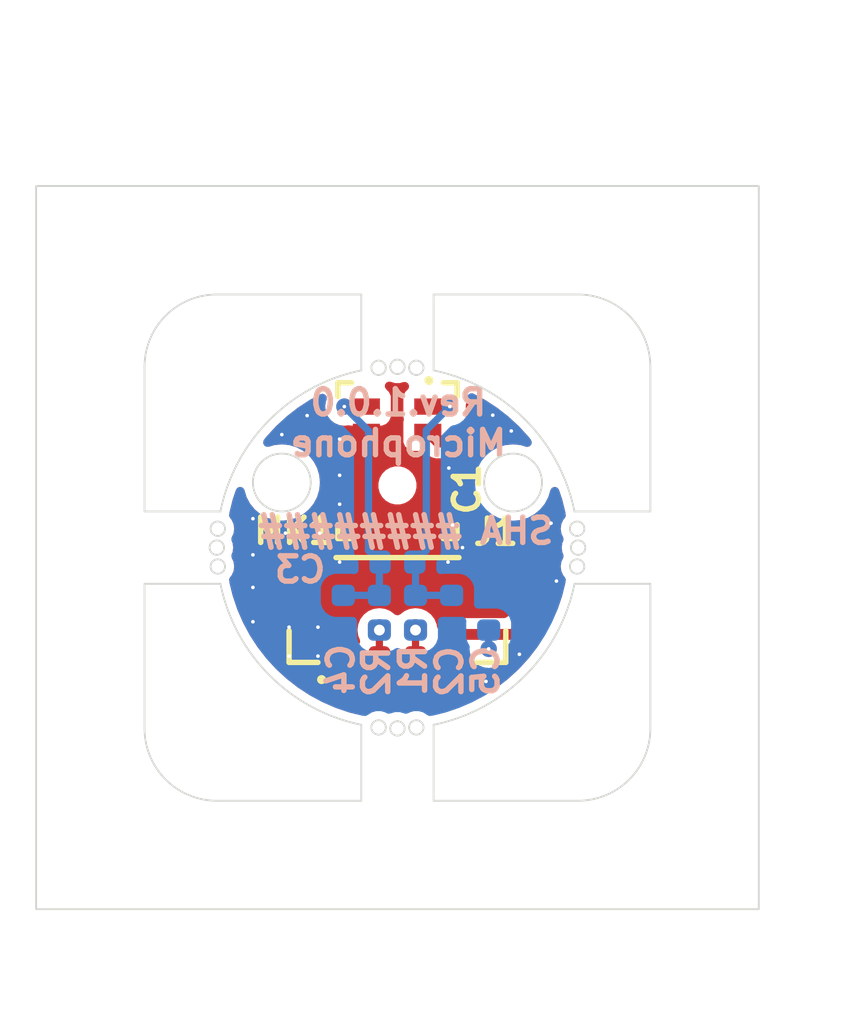
<source format=kicad_pcb>
(kicad_pcb (version 20240108) (generator "pcbnew") (generator_version "8.0")
  (title_block (title "audio-microphone") (date "07.01.2025") (rev "1.0.0"))
  (layers (0 "F.Cu" signal) (31 "B.Cu" signal) (34 "B.Paste" user) (35 "F.Paste" user) (36 "B.SilkS" user "B.Silkscreen") (37 "F.SilkS" user "F.Silkscreen") (38 "B.Mask" user) (39 "F.Mask" user) (44 "Edge.Cuts" user))
  (net 0 "")
  (net 1 "+2V75")
  (net 2 "GND")
  (net 3 "Net-(MK1-OUTPUT+)")
  (net 4 "Net-(MK1-OUTPUT-)")
  (net 5 "Net-(J1-Pad2)")
  (net 6 "Net-(J1-Pad3)")
  (footprint "antmicro-footprints:C_0402_1005Metric" (layer "F.Cu") (at 202.41 140.29 -90)
    (property "Reference" "C1" (at 2.475 -0.125 90) (layer "F.SilkS") (effects (font (size 0.7 0.7)) (justify left bottom)))
    (property "Value" "C_100n_16V_X7R_0402")
    (pad "1" smd roundrect (at -0.48 0 270) (size 0.59 0.64) (layers "F.Cu" "F.Paste" "F.Mask") (net 2 "GND"))
    (pad "2" smd roundrect (at 0.48 0 270) (size 0.59 0.64) (layers "F.Cu" "F.Paste" "F.Mask") (net 1 "+2V75"))
  )
  (footprint "antmicro-footprints:MK_IM73A135V01XTSA1" (layer "F.Cu") (at 200.2 141.2)
    (property "Reference" "MK1" (at -4.05 2.35 0) (layer "F.SilkS") (effects (font (size 0.7 0.7)) (justify left bottom)))
    (property "Value" "MK_IM73A135V01XTSA1")
    (fp_line (start -1.65 -1.78) (end -1.65 -2.16) (stroke (width 0.15)) (layer "F.SilkS"))
    (fp_line (start -1.65 1.77) (end -1.65 2.15) (stroke (width 0.15)) (layer "F.SilkS"))
    (fp_line (start -1.27 -2.16) (end -1.65 -2.16) (stroke (width 0.15)) (layer "F.SilkS"))
    (fp_line (start -1.27 2.15) (end -1.65 2.15) (stroke (width 0.15)) (layer "F.SilkS"))
    (fp_line (start 1.27 -2.16) (end 1.65 -2.16) (stroke (width 0.15)) (layer "F.SilkS"))
    (fp_line (start 1.27 2.15) (end 1.65 2.15) (stroke (width 0.15)) (layer "F.SilkS"))
    (fp_line (start 1.65 -1.78) (end 1.65 -2.16) (stroke (width 0.15)) (layer "F.SilkS"))
    (fp_line (start 1.65 1.77) (end 1.65 2.15) (stroke (width 0.15)) (layer "F.SilkS"))
    (fp_circle (center 0.87 -2.22) (end 0.92 -2.22) (stroke (width 0.15)) (fill solid) (layer "F.SilkS"))
    (pad "" np_thru_hole circle (at 0 0.68) (size 0.8 0.8) (drill 0.8) (layers "F&B.Cu" "*.Mask"))
    (pad "1" smd rect (at 0.84 -1.5) (size 0.75 0.45) (layers "F.Cu" "F.Mask") (net 3 "Net-(MK1-OUTPUT+)"))
    (pad "2" smd rect (at 0.84 -0.8) (size 0.75 0.45) (layers "F.Cu" "F.Mask") (net 1 "+2V75"))
    (pad "3" smd rect (at -0.86 -1.5) (size 0.75 0.45) (layers "F.Cu" "F.Mask") (net 4 "Net-(MK1-OUTPUT-)"))
    (pad "4" smd rect (at -0.86 -0.8) (size 0.75 0.45) (layers "F.Cu" "F.Mask") (net 2 "GND"))
    (pad "5" smd custom (at 0 0.68) (size 0.269072 0.269072) (drill (offset 0.81 0)) (layers "F.Cu" "F.Mask") (net 2 "GND") (options (clearance outline) (anchor circle)) (primitives (gr_circle (center -0.81 0) (end 0 0) (width 0.46) (fill no))))
  )
  (footprint "antmicro-footprints:Conn_JST_SH_1x4_BM04B-SRSS-TB-LF-SN" (layer "F.Cu") (at 200.2 145.65 90)
    (property "Reference" "J1" (at 2.075 2.025 180) (layer "F.SilkS") (effects (font (size 0.7 0.7)) (justify left bottom)))
    (property "Value" "JST_SH_1x4_BM04B-SRSS-TB-LF-SN")
    (fp_line (start -0.251 -2.999) (end -1.125 -2.999) (stroke (width 0.15)) (layer "F.SilkS"))
    (fp_line (start -1.125 -2.999) (end -1.125 -2.201) (stroke (width 0.15)) (layer "F.SilkS"))
    (fp_line (start 1.774 -1.7) (end 1.774 1.702) (stroke (width 0.15)) (layer "F.SilkS"))
    (fp_line (start -0.251 2.999) (end -1.125 2.999) (stroke (width 0.15)) (layer "F.SilkS"))
    (fp_line (start -1.125 2.999) (end -1.125 2.201) (stroke (width 0.15)) (layer "F.SilkS"))
    (fp_circle (center -1.6 -2.1) (end -1.55 -2.1) (stroke (width 0.15)) (fill solid) (layer "F.SilkS"))
    (pad "1" smd roundrect (at -1.45 -1.5) (size 0.6 1.55) (layers "F.Cu" "F.Paste" "F.Mask") (net 2 "GND"))
    (pad "2" smd roundrect (at -1.45 -0.5) (size 0.6 1.55) (layers "F.Cu" "F.Paste" "F.Mask") (net 5 "Net-(J1-Pad2)"))
    (pad "3" smd roundrect (at -1.45 0.5) (size 0.6 1.55) (layers "F.Cu" "F.Paste" "F.Mask") (net 6 "Net-(J1-Pad3)"))
    (pad "4" smd roundrect (at -1.45 1.5) (size 0.6 1.55) (layers "F.Cu" "F.Paste" "F.Mask") (net 1 "+2V75"))
    (pad "MP" smd roundrect (at 1.075 -2.8) (size 1.2 1.8) (layers "F.Cu" "F.Paste" "F.Mask") (net 2 "GND"))
    (pad "MP" smd roundrect (at 1.075 2.8) (size 1.2 1.8) (layers "F.Cu" "F.Paste" "F.Mask") (net 2 "GND"))
  )
  (footprint "antmicro-footprints:C_0402_1005Metric" (layer "B.Cu") (at 200.2 144)
    (property "Reference" "C3" (at -3.475 -0.2 0) (layer "B.SilkS") (effects (font (size 0.7 0.7)) (justify right top mirror)))
    (property "Value" "C_100p_0402")
    (pad "1" smd roundrect (at -0.48 0) (size 0.59 0.64) (layers "B.Cu" "B.Paste" "B.Mask") (net 4 "Net-(MK1-OUTPUT-)"))
    (pad "2" smd roundrect (at 0.48 0) (size 0.59 0.64) (layers "B.Cu" "B.Paste" "B.Mask") (net 3 "Net-(MK1-OUTPUT+)"))
  )
  (footprint "antmicro-footprints:R_0402_1005Metric" (layer "B.Cu") (at 199.7 145.4 -90)
    (property "Reference" "R2" (at 0.85 -0.325 90) (layer "B.SilkS") (effects (font (size 0.7 0.7)) (justify left bottom mirror)))
    (property "Value" "R_25k_0402")
    (pad "1" smd roundrect (at -0.48 0 270) (size 0.59 0.64) (layers "B.Cu" "B.Paste" "B.Mask") (net 4 "Net-(MK1-OUTPUT-)"))
    (pad "2" smd roundrect (at 0.48 0 270) (size 0.59 0.64) (layers "B.Cu" "B.Paste" "B.Mask") (net 5 "Net-(J1-Pad2)"))
  )
  (footprint "antmicro-footprints:R_0402_1005Metric" (layer "B.Cu") (at 200.7 145.4 90)
    (property "Reference" "R1" (at -2.375 -0.475 90) (layer "B.SilkS") (effects (font (size 0.7 0.7)) (justify right top mirror)))
    (property "Value" "R_25k_0402")
    (pad "1" smd roundrect (at -0.48 0 90) (size 0.59 0.64) (layers "B.Cu" "B.Paste" "B.Mask") (net 6 "Net-(J1-Pad3)"))
    (pad "2" smd roundrect (at 0.48 0 90) (size 0.59 0.64) (layers "B.Cu" "B.Paste" "B.Mask") (net 3 "Net-(MK1-OUTPUT+)"))
  )
  (footprint "antmicro-footprints:C_0402_1005Metric" (layer "B.Cu") (at 201.7 145.4 -90)
    (property "Reference" "C2" (at 0.85 -0.35 90) (layer "B.SilkS") (effects (font (size 0.7 0.7)) (justify left bottom mirror)))
    (property "Value" "C_100p_0402")
    (pad "1" smd roundrect (at -0.48 0 270) (size 0.59 0.64) (layers "B.Cu" "B.Paste" "B.Mask") (net 3 "Net-(MK1-OUTPUT+)"))
    (pad "2" smd roundrect (at 0.48 0 270) (size 0.59 0.64) (layers "B.Cu" "B.Paste" "B.Mask") (net 2 "GND"))
  )
  (footprint "antmicro-footprints:C_0402_1005Metric" (layer "B.Cu") (at 202.725 145.4 -90)
    (property "Reference" "C5" (at 0.825 -0.325 90) (layer "B.SilkS") (effects (font (size 0.7 0.7)) (justify left bottom mirror)))
    (property "Value" "C_100n_16V_X7R_0402")
    (pad "1" smd roundrect (at -0.48 0 270) (size 0.59 0.64) (layers "B.Cu" "B.Paste" "B.Mask") (net 2 "GND"))
    (pad "2" smd roundrect (at 0.48 0 270) (size 0.59 0.64) (layers "B.Cu" "B.Paste" "B.Mask") (net 1 "+2V75"))
  )
  (footprint "antmicro-footprints:C_0402_1005Metric" (layer "B.Cu") (at 198.7 145.4 90)
    (property "Reference" "C4" (at -2.35 -0.475 90) (layer "B.SilkS") (effects (font (size 0.7 0.7)) (justify right top mirror)))
    (property "Value" "C_100p_0402")
    (pad "1" smd roundrect (at -0.48 0 90) (size 0.59 0.64) (layers "B.Cu" "B.Paste" "B.Mask") (net 2 "GND"))
    (pad "2" smd roundrect (at 0.48 0 90) (size 0.59 0.64) (layers "B.Cu" "B.Paste" "B.Mask") (net 4 "Net-(MK1-OUTPUT-)"))
  )
  (gr_circle (center 199.677358 148.572609) (end 199.877358 148.572609) (stroke (width 0.05)) (fill none) (layer "Edge.Cuts"))
  (gr_circle (center 205.172609 143.077358) (end 205.372609 143.077358) (stroke (width 0.05)) (fill none) (layer "Edge.Cuts"))
  (gr_circle (center 200.722642 148.572609) (end 200.922642 148.572609) (stroke (width 0.05)) (fill none) (layer "Edge.Cuts"))
  (gr_line (start 207.2 144.6) (end 205.1 144.6) (stroke (width 0.05)) (layer "Edge.Cuts"))
  (gr_line (start 201.2 136.6) (end 201.2 138.7) (stroke (width 0.05)) (layer "Edge.Cuts"))
  (gr_line (start 199.2 136.6) (end 199.2 138.7) (stroke (width 0.05)) (layer "Edge.Cuts"))
  (gr_line (start 207.2 138.6) (end 207.2 142.6) (stroke (width 0.05)) (layer "Edge.Cuts"))
  (gr_circle (center 205.172609 144.122642) (end 205.372609 144.122642) (stroke (width 0.05)) (fill none) (layer "Edge.Cuts"))
  (gr_line (start 207.2 142.6) (end 205.1 142.6) (stroke (width 0.05)) (layer "Edge.Cuts"))
  (gr_line (start 195.2 136.6) (end 199.2 136.6) (stroke (width 0.05)) (layer "Edge.Cuts"))
  (gr_rect (start 190.2 133.6) (end 210.2 153.6) (stroke (width 0.05)) (fill none) (layer "Edge.Cuts"))
  (gr_line (start 201.2 150.6) (end 201.2 148.5) (stroke (width 0.05)) (layer "Edge.Cuts"))
  (gr_line (start 199.2 150.6) (end 195.2 150.6) (stroke (width 0.05)) (layer "Edge.Cuts"))
  (gr_arc (start 205.099999 144.6) (mid 203.73624 147.13624) (end 201.2 148.499999) (stroke (width 0.05)) (layer "Edge.Cuts"))
  (gr_circle (center 203.4 141.8) (end 203.4 142.6) (stroke (width 0.05)) (fill none) (layer "Edge.Cuts"))
  (gr_circle (center 195.227391 144.122642) (end 195.427391 144.122642) (stroke (width 0.05)) (fill none) (layer "Edge.Cuts"))
  (gr_arc (start 199.2 148.499999) (mid 196.66376 147.13624) (end 195.300001 144.6) (stroke (width 0.05)) (layer "Edge.Cuts"))
  (gr_circle (center 205.2 143.6) (end 205.4 143.6) (stroke (width 0.05)) (fill none) (layer "Edge.Cuts"))
  (gr_line (start 193.2 144.6) (end 195.3 144.6) (stroke (width 0.05)) (layer "Edge.Cuts"))
  (gr_line (start 193.2 142.6) (end 193.2 138.6) (stroke (width 0.05)) (layer "Edge.Cuts"))
  (gr_circle (center 197 141.8) (end 197 142.6) (stroke (width 0.05)) (fill none) (layer "Edge.Cuts"))
  (gr_line (start 193.2 148.6) (end 193.2 144.6) (stroke (width 0.05)) (layer "Edge.Cuts"))
  (gr_circle (center 195.2 143.6) (end 195.4 143.6) (stroke (width 0.05)) (fill none) (layer "Edge.Cuts"))
  (gr_line (start 201.2 136.6) (end 205.2 136.6) (stroke (width 0.05)) (layer "Edge.Cuts"))
  (gr_circle (center 200.2 148.6) (end 200.4 148.6) (stroke (width 0.05)) (fill none) (layer "Edge.Cuts"))
  (gr_circle (center 195.227391 143.077358) (end 195.427391 143.077358) (stroke (width 0.05)) (fill none) (layer "Edge.Cuts"))
  (gr_circle (center 200.722642 138.627391) (end 200.922642 138.627391) (stroke (width 0.05)) (fill none) (layer "Edge.Cuts"))
  (gr_arc (start 201.2 138.700001) (mid 203.73624 140.06376) (end 205.099999 142.6) (stroke (width 0.05)) (layer "Edge.Cuts"))
  (gr_arc (start 207.2 148.6) (mid 206.614214 150.014214) (end 205.2 150.6) (stroke (width 0.05)) (layer "Edge.Cuts"))
  (gr_line (start 193.2 142.6) (end 195.3 142.6) (stroke (width 0.05)) (layer "Edge.Cuts"))
  (gr_arc (start 205.2 136.6) (mid 206.614214 137.185786) (end 207.2 138.6) (stroke (width 0.05)) (layer "Edge.Cuts"))
  (gr_arc (start 195.300001 142.6) (mid 196.66376 140.06376) (end 199.2 138.700001) (stroke (width 0.05)) (layer "Edge.Cuts"))
  (gr_circle (center 200.2 138.6) (end 200.4 138.6) (stroke (width 0.05)) (fill none) (layer "Edge.Cuts"))
  (gr_line (start 199.2 150.6) (end 199.2 148.5) (stroke (width 0.05)) (layer "Edge.Cuts"))
  (gr_line (start 205.2 150.6) (end 201.2 150.6) (stroke (width 0.05)) (layer "Edge.Cuts"))
  (gr_line (start 207.2 144.6) (end 207.2 148.6) (stroke (width 0.05)) (layer "Edge.Cuts"))
  (gr_circle (center 199.677358 138.627391) (end 199.877358 138.627391) (stroke (width 0.05)) (fill none) (layer "Edge.Cuts"))
  (gr_arc (start 193.2 138.6) (mid 193.785786 137.185786) (end 195.2 136.6) (stroke (width 0.05)) (layer "Edge.Cuts"))
  (gr_arc (start 195.2 150.6) (mid 193.785786 150.014214) (end 193.2 148.6) (stroke (width 0.05)) (layer "Edge.Cuts"))
  (gr_text "Rev.${REVISION}\nMicrophone\n" (at 200.225 141.125 -0) (layer "B.SilkS") (effects (font (size 0.7 0.7) (thickness 0.15) (bold yes)) (justify bottom mirror)))
  (gr_text "SHA ########" (at 204.6 143.55 0) (layer "B.SilkS") (effects (font (size 0.7 0.7) (thickness 0.15) (bold yes)) (justify left bottom mirror)))
  (segment (start 201.32 140.68) (end 201.04 140.4) (width 0.3) (layer "F.Cu") (net 1))
  (segment (start 203.498376 143.157971) (end 203.498372 143.157971) (width 0.3) (layer "F.Cu") (net 1))
  (segment (start 201.925 140.68) (end 201.32 140.68) (width 0.3) (layer "F.Cu") (net 1))
  (segment (start 203.39424 146) (end 203.95 145.44424) (width 0.3) (layer "F.Cu") (net 1))
  (segment (start 203.95 145.44424) (end 203.95 143.65) (width 0.3) (layer "F.Cu") (net 1))
  (segment (start 202 146) (end 202.725 146) (width 0.3) (layer "F.Cu") (net 1))
  (segment (start 203.95 143.65) (end 203.9 143.6) (width 0.3) (layer "F.Cu") (net 1))
  (segment (start 201.7 147.1) (end 201.7 146.3) (width 0.3) (layer "F.Cu") (net 1))
  (segment (start 202.45 140.68) (end 201.925 140.68) (width 0.3) (layer "F.Cu") (net 1))
  (segment (start 202.725 146.4) (end 202.725 146) (width 0.2) (layer "F.Cu") (net 1))
  (segment (start 201.7 146.3) (end 202 146) (width 0.3) (layer "F.Cu") (net 1))
  (segment (start 203.251048 143.151048) (end 202.751048 143.151048) (width 0.3) (layer "F.Cu") (net 1))
  (segment (start 202.197515 140.952515) (end 201.925 140.68) (width 0.3) (layer "F.Cu") (net 1))
  (segment (start 202.725 146) (end 203.39424 146) (width 0.3) (layer "F.Cu") (net 1))
  (segment (start 203.9 143.6) (end 203.9 143.559595) (width 0.3) (layer "F.Cu") (net 1))
  (segment (start 203.498372 143.157971) (end 203.251048 143.151048) (width 0.3) (layer "F.Cu") (net 1))
  (segment (start 202.751048 143.151048) (end 202.197515 142.597515) (width 0.3) (layer "F.Cu") (net 1))
  (segment (start 202.197515 142.597515) (end 202.197515 140.952515) (width 0.3) (layer "F.Cu") (net 1))
  (segment (start 203.9 143.559595) (end 203.498376 143.157971) (width 0.3) (layer "F.Cu") (net 1))
  (via (at 202.725 146.4) (size 0.45) (drill 0.1) (layers "F.Cu" "B.Cu") (net 1))
  (segment (start 202.725 145.88) (end 202.725 146.4) (width 0.2) (layer "B.Cu") (net 1))
  (segment (start 202.8375 139.9375) (end 202.62 139.72) (width 0.3) (layer "F.Cu") (net 2))
  (segment (start 202.62 139.72) (end 202.45 139.72) (width 0.3) (layer "F.Cu") (net 2))
  (via (at 198.6 142.4) (size 0.45) (drill 0.1) (layers "F.Cu" "B.Cu") (net 2))
  (via (at 201.622515 141.4) (size 0.45) (drill 0.1) (layers "F.Cu" "B.Cu") (net 2))
  (via (at 196.2 142.8) (size 0.45) (drill 0.1) (layers "F.Cu" "B.Cu") (net 2))
  (via (at 196.2 143.8) (size 0.45) (drill 0.1) (layers "F.Cu" "B.Cu") (net 2))
  (via (at 204.45 142.925) (size 0.45) (drill 0.1) (layers "F.Cu" "B.Cu") (net 2))
  (via (at 198.6 141.6) (size 0.45) (drill 0.1) (layers "F.Cu" "B.Cu") (net 2))
  (via (at 197.1 143.2) (size 0.45) (drill 0.1) (layers "F.Cu" "B.Cu") (net 2))
  (via (at 198 146.6) (size 0.45) (drill 0.1) (layers "F.Cu" "B.Cu") (net 2))
  (via (at 201.725 142.975) (size 0.45) (drill 0.1) (layers "F.Cu" "B.Cu") (net 2))
  (via (at 198.6 140.6) (size 0.45) (drill 0.1) (layers "F.Cu" "B.Cu") (net 2))
  (via (at 196.2 144.7) (size 0.45) (drill 0.1) (layers "F.Cu" "B.Cu") (net 2))
  (via (at 196.2 145.65) (size 0.45) (drill 0.1) (layers "F.Cu" "B.Cu") (net 2))
  (via (at 202.8375 139.9375) (size 0.45) (drill 0.1) (layers "F.Cu" "B.Cu") (net 2))
  (via (at 204.6 144.525) (size 0.45) (drill 0.1) (layers "F.Cu" "B.Cu") (net 2))
  (via (at 197.2 146.6) (size 0.45) (drill 0.1) (layers "F.Cu" "B.Cu") (net 2))
  (via (at 197 140.475) (size 0.45) (drill 0.1) (layers "F.Cu" "B.Cu") (net 2))
  (via (at 198 145.8) (size 0.45) (drill 0.1) (layers "F.Cu" "B.Cu") (net 2))
  (via (at 203.35 140.375) (size 0.45) (drill 0.1) (layers "F.Cu" "B.Cu") (net 2))
  (via (at 197.2 145.8) (size 0.45) (drill 0.1) (layers "F.Cu" "B.Cu") (net 2))
  (via (at 197.7 139.95) (size 0.45) (drill 0.1) (layers "F.Cu" "B.Cu") (net 2))
  (via (at 202 143.6) (size 0.45) (drill 0.1) (layers "F.Cu" "B.Cu") (net 2))
  (via (at 202.65 147.3) (size 0.45) (drill 0.1) (layers "F.Cu" "B.Cu") (net 2))
  (via (at 198.05 143.2) (size 0.45) (drill 0.1) (layers "F.Cu" "B.Cu") (net 2))
  (via (at 201.6 144) (size 0.45) (drill 0.1) (layers "F.Cu" "B.Cu") (net 2))
  (via (at 198.6 144) (size 0.45) (drill 0.1) (layers "F.Cu" "B.Cu") (net 2))
  (via (at 203.575 146.55) (size 0.45) (drill 0.1) (layers "F.Cu" "B.Cu") (net 2))
  (segment (start 201.04 139.7) (end 201.65 139.7) (width 0.2) (layer "F.Cu") (net 3))
  (via (at 201.65 139.7) (size 0.45) (drill 0.1) (layers "F.Cu" "B.Cu") (net 3))
  (segment (start 201 140.35) (end 201.65 139.7) (width 0.2) (layer "B.Cu") (net 3))
  (segment (start 200.7 144.92) (end 200.7 144.02) (width 0.2) (layer "B.Cu") (net 3))
  (segment (start 201.7 144.92) (end 200.7 144.92) (width 0.2) (layer "B.Cu") (net 3))
  (segment (start 200.7 144.02) (end 200.68 144) (width 0.2) (layer "B.Cu") (net 3))
  (segment (start 201 143.68) (end 201 140.35) (width 0.2) (layer "B.Cu") (net 3))
  (segment (start 200.68 144) (end 201 143.68) (width 0.2) (layer "B.Cu") (net 3))
  (segment (start 199.34 139.7) (end 198.73 139.7) (width 0.2) (layer "F.Cu") (net 4))
  (via (at 198.73 139.7) (size 0.45) (drill 0.1) (layers "F.Cu" "B.Cu") (net 4))
  (segment (start 198.73 139.7) (end 199.4 140.37) (width 0.2) (layer "B.Cu") (net 4))
  (segment (start 199.7 144.02) (end 199.72 144) (width 0.2) (layer "B.Cu") (net 4))
  (segment (start 199.4 140.37) (end 199.4 143.68) (width 0.2) (layer "B.Cu") (net 4))
  (segment (start 199.7 144.92) (end 199.7 144.02) (width 0.2) (layer "B.Cu") (net 4))
  (segment (start 198.7 144.92) (end 199.7 144.92) (width 0.2) (layer "B.Cu") (net 4))
  (segment (start 199.4 143.68) (end 199.72 144) (width 0.2) (layer "B.Cu") (net 4))
  (segment (start 199.7 147.1) (end 199.7 145.88) (width 0.2) (layer "F.Cu") (net 5))
  (via (at 199.7 145.88) (size 0.6) (drill 0.3) (layers "F.Cu" "B.Cu") (net 5))
  (segment (start 200.7 147.1) (end 200.7 145.88) (width 0.2) (layer "F.Cu") (net 6))
  (via (at 200.7 145.88) (size 0.6) (drill 0.3) (layers "F.Cu" "B.Cu") (net 6))
  (zone (net 2) (net_name "GND") (layers "F&B.Cu") (connect_pads yes (clearance 0.3)) (min_thickness 0.25) (fill yes (thermal_gap 0.5) (thermal_bridge_width 0.5))
    (polygon (pts (xy 189.2 132.6) (xy 189.2 154.6) (xy 211.2 154.6) (xy 211.2 132.6)))
  )
)
</source>
